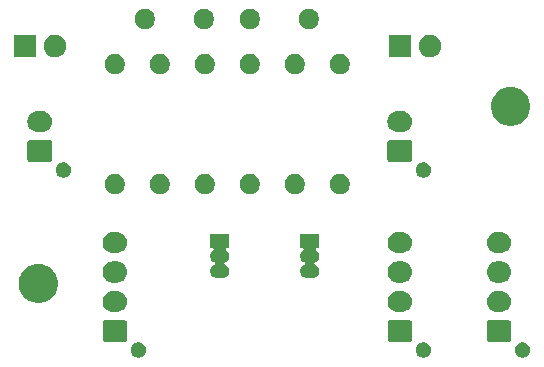
<source format=gbr>
G04 #@! TF.GenerationSoftware,KiCad,Pcbnew,(5.1.5)-3*
G04 #@! TF.CreationDate,2021-02-26T20:57:10+11:00*
G04 #@! TF.ProjectId,I2C_Interface,4932435f-496e-4746-9572-666163652e6b,rev?*
G04 #@! TF.SameCoordinates,Original*
G04 #@! TF.FileFunction,Soldermask,Top*
G04 #@! TF.FilePolarity,Negative*
%FSLAX46Y46*%
G04 Gerber Fmt 4.6, Leading zero omitted, Abs format (unit mm)*
G04 Created by KiCad (PCBNEW (5.1.5)-3) date 2021-02-26 20:57:10*
%MOMM*%
%LPD*%
G04 APERTURE LIST*
%ADD10C,0.100000*%
G04 APERTURE END LIST*
D10*
G36*
X159669890Y-113004017D02*
G01*
X159788364Y-113053091D01*
X159894988Y-113124335D01*
X159985665Y-113215012D01*
X160056909Y-113321636D01*
X160105983Y-113440110D01*
X160131000Y-113565882D01*
X160131000Y-113694118D01*
X160105983Y-113819890D01*
X160056909Y-113938364D01*
X159985665Y-114044988D01*
X159894988Y-114135665D01*
X159788364Y-114206909D01*
X159788363Y-114206910D01*
X159788362Y-114206910D01*
X159669890Y-114255983D01*
X159544119Y-114281000D01*
X159415881Y-114281000D01*
X159290110Y-114255983D01*
X159171638Y-114206910D01*
X159171637Y-114206910D01*
X159171636Y-114206909D01*
X159065012Y-114135665D01*
X158974335Y-114044988D01*
X158903091Y-113938364D01*
X158854017Y-113819890D01*
X158829000Y-113694118D01*
X158829000Y-113565882D01*
X158854017Y-113440110D01*
X158903091Y-113321636D01*
X158974335Y-113215012D01*
X159065012Y-113124335D01*
X159171636Y-113053091D01*
X159290110Y-113004017D01*
X159415881Y-112979000D01*
X159544119Y-112979000D01*
X159669890Y-113004017D01*
G37*
G36*
X192189890Y-113004017D02*
G01*
X192308364Y-113053091D01*
X192414988Y-113124335D01*
X192505665Y-113215012D01*
X192576909Y-113321636D01*
X192625983Y-113440110D01*
X192651000Y-113565882D01*
X192651000Y-113694118D01*
X192625983Y-113819890D01*
X192576909Y-113938364D01*
X192505665Y-114044988D01*
X192414988Y-114135665D01*
X192308364Y-114206909D01*
X192308363Y-114206910D01*
X192308362Y-114206910D01*
X192189890Y-114255983D01*
X192064119Y-114281000D01*
X191935881Y-114281000D01*
X191810110Y-114255983D01*
X191691638Y-114206910D01*
X191691637Y-114206910D01*
X191691636Y-114206909D01*
X191585012Y-114135665D01*
X191494335Y-114044988D01*
X191423091Y-113938364D01*
X191374017Y-113819890D01*
X191349000Y-113694118D01*
X191349000Y-113565882D01*
X191374017Y-113440110D01*
X191423091Y-113321636D01*
X191494335Y-113215012D01*
X191585012Y-113124335D01*
X191691636Y-113053091D01*
X191810110Y-113004017D01*
X191935881Y-112979000D01*
X192064119Y-112979000D01*
X192189890Y-113004017D01*
G37*
G36*
X183799890Y-113004017D02*
G01*
X183918364Y-113053091D01*
X184024988Y-113124335D01*
X184115665Y-113215012D01*
X184186909Y-113321636D01*
X184235983Y-113440110D01*
X184261000Y-113565882D01*
X184261000Y-113694118D01*
X184235983Y-113819890D01*
X184186909Y-113938364D01*
X184115665Y-114044988D01*
X184024988Y-114135665D01*
X183918364Y-114206909D01*
X183918363Y-114206910D01*
X183918362Y-114206910D01*
X183799890Y-114255983D01*
X183674119Y-114281000D01*
X183545881Y-114281000D01*
X183420110Y-114255983D01*
X183301638Y-114206910D01*
X183301637Y-114206910D01*
X183301636Y-114206909D01*
X183195012Y-114135665D01*
X183104335Y-114044988D01*
X183033091Y-113938364D01*
X182984017Y-113819890D01*
X182959000Y-113694118D01*
X182959000Y-113565882D01*
X182984017Y-113440110D01*
X183033091Y-113321636D01*
X183104335Y-113215012D01*
X183195012Y-113124335D01*
X183301636Y-113053091D01*
X183420110Y-113004017D01*
X183545881Y-112979000D01*
X183674119Y-112979000D01*
X183799890Y-113004017D01*
G37*
G36*
X190883600Y-111132989D02*
G01*
X190916652Y-111143015D01*
X190947103Y-111159292D01*
X190973799Y-111181201D01*
X190995708Y-111207897D01*
X191011985Y-111238348D01*
X191022011Y-111271400D01*
X191026000Y-111311903D01*
X191026000Y-112748097D01*
X191022011Y-112788600D01*
X191011985Y-112821652D01*
X190995708Y-112852103D01*
X190973799Y-112878799D01*
X190947103Y-112900708D01*
X190916652Y-112916985D01*
X190883600Y-112927011D01*
X190843097Y-112931000D01*
X189156903Y-112931000D01*
X189116400Y-112927011D01*
X189083348Y-112916985D01*
X189052897Y-112900708D01*
X189026201Y-112878799D01*
X189004292Y-112852103D01*
X188988015Y-112821652D01*
X188977989Y-112788600D01*
X188974000Y-112748097D01*
X188974000Y-111311903D01*
X188977989Y-111271400D01*
X188988015Y-111238348D01*
X189004292Y-111207897D01*
X189026201Y-111181201D01*
X189052897Y-111159292D01*
X189083348Y-111143015D01*
X189116400Y-111132989D01*
X189156903Y-111129000D01*
X190843097Y-111129000D01*
X190883600Y-111132989D01*
G37*
G36*
X182493600Y-111132989D02*
G01*
X182526652Y-111143015D01*
X182557103Y-111159292D01*
X182583799Y-111181201D01*
X182605708Y-111207897D01*
X182621985Y-111238348D01*
X182632011Y-111271400D01*
X182636000Y-111311903D01*
X182636000Y-112748097D01*
X182632011Y-112788600D01*
X182621985Y-112821652D01*
X182605708Y-112852103D01*
X182583799Y-112878799D01*
X182557103Y-112900708D01*
X182526652Y-112916985D01*
X182493600Y-112927011D01*
X182453097Y-112931000D01*
X180766903Y-112931000D01*
X180726400Y-112927011D01*
X180693348Y-112916985D01*
X180662897Y-112900708D01*
X180636201Y-112878799D01*
X180614292Y-112852103D01*
X180598015Y-112821652D01*
X180587989Y-112788600D01*
X180584000Y-112748097D01*
X180584000Y-111311903D01*
X180587989Y-111271400D01*
X180598015Y-111238348D01*
X180614292Y-111207897D01*
X180636201Y-111181201D01*
X180662897Y-111159292D01*
X180693348Y-111143015D01*
X180726400Y-111132989D01*
X180766903Y-111129000D01*
X182453097Y-111129000D01*
X182493600Y-111132989D01*
G37*
G36*
X158363600Y-111132989D02*
G01*
X158396652Y-111143015D01*
X158427103Y-111159292D01*
X158453799Y-111181201D01*
X158475708Y-111207897D01*
X158491985Y-111238348D01*
X158502011Y-111271400D01*
X158506000Y-111311903D01*
X158506000Y-112748097D01*
X158502011Y-112788600D01*
X158491985Y-112821652D01*
X158475708Y-112852103D01*
X158453799Y-112878799D01*
X158427103Y-112900708D01*
X158396652Y-112916985D01*
X158363600Y-112927011D01*
X158323097Y-112931000D01*
X156636903Y-112931000D01*
X156596400Y-112927011D01*
X156563348Y-112916985D01*
X156532897Y-112900708D01*
X156506201Y-112878799D01*
X156484292Y-112852103D01*
X156468015Y-112821652D01*
X156457989Y-112788600D01*
X156454000Y-112748097D01*
X156454000Y-111311903D01*
X156457989Y-111271400D01*
X156468015Y-111238348D01*
X156484292Y-111207897D01*
X156506201Y-111181201D01*
X156532897Y-111159292D01*
X156563348Y-111143015D01*
X156596400Y-111132989D01*
X156636903Y-111129000D01*
X158323097Y-111129000D01*
X158363600Y-111132989D01*
G37*
G36*
X190235443Y-108635519D02*
G01*
X190301627Y-108642037D01*
X190471466Y-108693557D01*
X190627991Y-108777222D01*
X190663729Y-108806552D01*
X190765186Y-108889814D01*
X190848448Y-108991271D01*
X190877778Y-109027009D01*
X190961443Y-109183534D01*
X191012963Y-109353373D01*
X191030359Y-109530000D01*
X191012963Y-109706627D01*
X190961443Y-109876466D01*
X190877778Y-110032991D01*
X190848448Y-110068729D01*
X190765186Y-110170186D01*
X190663729Y-110253448D01*
X190627991Y-110282778D01*
X190471466Y-110366443D01*
X190301627Y-110417963D01*
X190235443Y-110424481D01*
X190169260Y-110431000D01*
X189830740Y-110431000D01*
X189764557Y-110424481D01*
X189698373Y-110417963D01*
X189528534Y-110366443D01*
X189372009Y-110282778D01*
X189336271Y-110253448D01*
X189234814Y-110170186D01*
X189151552Y-110068729D01*
X189122222Y-110032991D01*
X189038557Y-109876466D01*
X188987037Y-109706627D01*
X188969641Y-109530000D01*
X188987037Y-109353373D01*
X189038557Y-109183534D01*
X189122222Y-109027009D01*
X189151552Y-108991271D01*
X189234814Y-108889814D01*
X189336271Y-108806552D01*
X189372009Y-108777222D01*
X189528534Y-108693557D01*
X189698373Y-108642037D01*
X189764557Y-108635519D01*
X189830740Y-108629000D01*
X190169260Y-108629000D01*
X190235443Y-108635519D01*
G37*
G36*
X181845443Y-108635519D02*
G01*
X181911627Y-108642037D01*
X182081466Y-108693557D01*
X182237991Y-108777222D01*
X182273729Y-108806552D01*
X182375186Y-108889814D01*
X182458448Y-108991271D01*
X182487778Y-109027009D01*
X182571443Y-109183534D01*
X182622963Y-109353373D01*
X182640359Y-109530000D01*
X182622963Y-109706627D01*
X182571443Y-109876466D01*
X182487778Y-110032991D01*
X182458448Y-110068729D01*
X182375186Y-110170186D01*
X182273729Y-110253448D01*
X182237991Y-110282778D01*
X182081466Y-110366443D01*
X181911627Y-110417963D01*
X181845443Y-110424481D01*
X181779260Y-110431000D01*
X181440740Y-110431000D01*
X181374557Y-110424481D01*
X181308373Y-110417963D01*
X181138534Y-110366443D01*
X180982009Y-110282778D01*
X180946271Y-110253448D01*
X180844814Y-110170186D01*
X180761552Y-110068729D01*
X180732222Y-110032991D01*
X180648557Y-109876466D01*
X180597037Y-109706627D01*
X180579641Y-109530000D01*
X180597037Y-109353373D01*
X180648557Y-109183534D01*
X180732222Y-109027009D01*
X180761552Y-108991271D01*
X180844814Y-108889814D01*
X180946271Y-108806552D01*
X180982009Y-108777222D01*
X181138534Y-108693557D01*
X181308373Y-108642037D01*
X181374557Y-108635519D01*
X181440740Y-108629000D01*
X181779260Y-108629000D01*
X181845443Y-108635519D01*
G37*
G36*
X157715443Y-108635519D02*
G01*
X157781627Y-108642037D01*
X157951466Y-108693557D01*
X158107991Y-108777222D01*
X158143729Y-108806552D01*
X158245186Y-108889814D01*
X158328448Y-108991271D01*
X158357778Y-109027009D01*
X158441443Y-109183534D01*
X158492963Y-109353373D01*
X158510359Y-109530000D01*
X158492963Y-109706627D01*
X158441443Y-109876466D01*
X158357778Y-110032991D01*
X158328448Y-110068729D01*
X158245186Y-110170186D01*
X158143729Y-110253448D01*
X158107991Y-110282778D01*
X157951466Y-110366443D01*
X157781627Y-110417963D01*
X157715443Y-110424481D01*
X157649260Y-110431000D01*
X157310740Y-110431000D01*
X157244557Y-110424481D01*
X157178373Y-110417963D01*
X157008534Y-110366443D01*
X156852009Y-110282778D01*
X156816271Y-110253448D01*
X156714814Y-110170186D01*
X156631552Y-110068729D01*
X156602222Y-110032991D01*
X156518557Y-109876466D01*
X156467037Y-109706627D01*
X156449641Y-109530000D01*
X156467037Y-109353373D01*
X156518557Y-109183534D01*
X156602222Y-109027009D01*
X156631552Y-108991271D01*
X156714814Y-108889814D01*
X156816271Y-108806552D01*
X156852009Y-108777222D01*
X157008534Y-108693557D01*
X157178373Y-108642037D01*
X157244557Y-108635519D01*
X157310740Y-108629000D01*
X157649260Y-108629000D01*
X157715443Y-108635519D01*
G37*
G36*
X151287911Y-106373924D02*
G01*
X151481579Y-106412447D01*
X151782042Y-106536903D01*
X152052451Y-106717585D01*
X152282415Y-106947549D01*
X152455526Y-107206627D01*
X152463098Y-107217960D01*
X152499550Y-107305963D01*
X152587553Y-107518421D01*
X152651000Y-107837391D01*
X152651000Y-108162609D01*
X152587553Y-108481579D01*
X152463097Y-108782042D01*
X152282415Y-109052451D01*
X152052451Y-109282415D01*
X151782042Y-109463097D01*
X151481579Y-109587553D01*
X151375256Y-109608702D01*
X151162611Y-109651000D01*
X150837389Y-109651000D01*
X150624744Y-109608702D01*
X150518421Y-109587553D01*
X150217958Y-109463097D01*
X149947549Y-109282415D01*
X149717585Y-109052451D01*
X149536903Y-108782042D01*
X149412447Y-108481579D01*
X149349000Y-108162609D01*
X149349000Y-107837391D01*
X149412447Y-107518421D01*
X149500450Y-107305963D01*
X149536902Y-107217960D01*
X149544474Y-107206627D01*
X149717585Y-106947549D01*
X149947549Y-106717585D01*
X150217958Y-106536903D01*
X150518421Y-106412447D01*
X150712089Y-106373924D01*
X150837389Y-106349000D01*
X151162611Y-106349000D01*
X151287911Y-106373924D01*
G37*
G36*
X190235442Y-106135518D02*
G01*
X190301627Y-106142037D01*
X190471466Y-106193557D01*
X190627991Y-106277222D01*
X190659094Y-106302748D01*
X190765186Y-106389814D01*
X190829971Y-106468756D01*
X190877778Y-106527009D01*
X190961443Y-106683534D01*
X191012963Y-106853373D01*
X191030359Y-107030000D01*
X191012963Y-107206627D01*
X190961443Y-107376466D01*
X190877778Y-107532991D01*
X190848448Y-107568729D01*
X190765186Y-107670186D01*
X190663729Y-107753448D01*
X190627991Y-107782778D01*
X190471466Y-107866443D01*
X190301627Y-107917963D01*
X190235443Y-107924481D01*
X190169260Y-107931000D01*
X189830740Y-107931000D01*
X189764557Y-107924481D01*
X189698373Y-107917963D01*
X189528534Y-107866443D01*
X189372009Y-107782778D01*
X189336271Y-107753448D01*
X189234814Y-107670186D01*
X189151552Y-107568729D01*
X189122222Y-107532991D01*
X189038557Y-107376466D01*
X188987037Y-107206627D01*
X188969641Y-107030000D01*
X188987037Y-106853373D01*
X189038557Y-106683534D01*
X189122222Y-106527009D01*
X189170029Y-106468756D01*
X189234814Y-106389814D01*
X189340906Y-106302748D01*
X189372009Y-106277222D01*
X189528534Y-106193557D01*
X189698373Y-106142037D01*
X189764558Y-106135518D01*
X189830740Y-106129000D01*
X190169260Y-106129000D01*
X190235442Y-106135518D01*
G37*
G36*
X181845442Y-106135518D02*
G01*
X181911627Y-106142037D01*
X182081466Y-106193557D01*
X182237991Y-106277222D01*
X182269094Y-106302748D01*
X182375186Y-106389814D01*
X182439971Y-106468756D01*
X182487778Y-106527009D01*
X182571443Y-106683534D01*
X182622963Y-106853373D01*
X182640359Y-107030000D01*
X182622963Y-107206627D01*
X182571443Y-107376466D01*
X182487778Y-107532991D01*
X182458448Y-107568729D01*
X182375186Y-107670186D01*
X182273729Y-107753448D01*
X182237991Y-107782778D01*
X182081466Y-107866443D01*
X181911627Y-107917963D01*
X181845443Y-107924481D01*
X181779260Y-107931000D01*
X181440740Y-107931000D01*
X181374557Y-107924481D01*
X181308373Y-107917963D01*
X181138534Y-107866443D01*
X180982009Y-107782778D01*
X180946271Y-107753448D01*
X180844814Y-107670186D01*
X180761552Y-107568729D01*
X180732222Y-107532991D01*
X180648557Y-107376466D01*
X180597037Y-107206627D01*
X180579641Y-107030000D01*
X180597037Y-106853373D01*
X180648557Y-106683534D01*
X180732222Y-106527009D01*
X180780029Y-106468756D01*
X180844814Y-106389814D01*
X180950906Y-106302748D01*
X180982009Y-106277222D01*
X181138534Y-106193557D01*
X181308373Y-106142037D01*
X181374558Y-106135518D01*
X181440740Y-106129000D01*
X181779260Y-106129000D01*
X181845442Y-106135518D01*
G37*
G36*
X157715442Y-106135518D02*
G01*
X157781627Y-106142037D01*
X157951466Y-106193557D01*
X158107991Y-106277222D01*
X158139094Y-106302748D01*
X158245186Y-106389814D01*
X158309971Y-106468756D01*
X158357778Y-106527009D01*
X158441443Y-106683534D01*
X158492963Y-106853373D01*
X158510359Y-107030000D01*
X158492963Y-107206627D01*
X158441443Y-107376466D01*
X158357778Y-107532991D01*
X158328448Y-107568729D01*
X158245186Y-107670186D01*
X158143729Y-107753448D01*
X158107991Y-107782778D01*
X157951466Y-107866443D01*
X157781627Y-107917963D01*
X157715443Y-107924481D01*
X157649260Y-107931000D01*
X157310740Y-107931000D01*
X157244557Y-107924481D01*
X157178373Y-107917963D01*
X157008534Y-107866443D01*
X156852009Y-107782778D01*
X156816271Y-107753448D01*
X156714814Y-107670186D01*
X156631552Y-107568729D01*
X156602222Y-107532991D01*
X156518557Y-107376466D01*
X156467037Y-107206627D01*
X156449641Y-107030000D01*
X156467037Y-106853373D01*
X156518557Y-106683534D01*
X156602222Y-106527009D01*
X156650029Y-106468756D01*
X156714814Y-106389814D01*
X156820906Y-106302748D01*
X156852009Y-106277222D01*
X157008534Y-106193557D01*
X157178373Y-106142037D01*
X157244558Y-106135518D01*
X157310740Y-106129000D01*
X157649260Y-106129000D01*
X157715442Y-106135518D01*
G37*
G36*
X174791000Y-104986000D02*
G01*
X174626660Y-104986000D01*
X174602274Y-104988402D01*
X174578825Y-104995515D01*
X174557214Y-105007066D01*
X174538272Y-105022611D01*
X174522727Y-105041553D01*
X174511176Y-105063164D01*
X174504063Y-105086613D01*
X174501661Y-105110999D01*
X174504063Y-105135385D01*
X174511176Y-105158834D01*
X174522727Y-105180445D01*
X174538272Y-105199387D01*
X174547345Y-105207609D01*
X174624264Y-105270736D01*
X174696244Y-105358443D01*
X174728058Y-105417963D01*
X174749728Y-105458505D01*
X174749729Y-105458508D01*
X174782666Y-105567084D01*
X174793787Y-105680000D01*
X174782666Y-105792916D01*
X174749729Y-105901492D01*
X174749728Y-105901495D01*
X174730429Y-105937601D01*
X174696244Y-106001557D01*
X174624264Y-106089264D01*
X174536557Y-106161244D01*
X174455141Y-106204761D01*
X174434766Y-106218375D01*
X174417439Y-106235702D01*
X174403826Y-106256076D01*
X174394448Y-106278715D01*
X174389668Y-106302748D01*
X174389668Y-106327252D01*
X174394448Y-106351285D01*
X174403826Y-106373924D01*
X174417440Y-106394299D01*
X174434767Y-106411626D01*
X174455141Y-106425239D01*
X174536557Y-106468756D01*
X174624264Y-106540736D01*
X174696244Y-106628443D01*
X174725689Y-106683532D01*
X174749728Y-106728505D01*
X174749729Y-106728508D01*
X174782666Y-106837084D01*
X174793787Y-106950000D01*
X174782666Y-107062916D01*
X174749729Y-107171492D01*
X174749728Y-107171495D01*
X174730950Y-107206625D01*
X174696244Y-107271557D01*
X174624264Y-107359264D01*
X174536557Y-107431244D01*
X174472601Y-107465429D01*
X174436495Y-107484728D01*
X174436492Y-107484729D01*
X174327916Y-107517666D01*
X174243298Y-107526000D01*
X173736702Y-107526000D01*
X173652084Y-107517666D01*
X173543508Y-107484729D01*
X173543505Y-107484728D01*
X173507399Y-107465429D01*
X173443443Y-107431244D01*
X173355736Y-107359264D01*
X173283756Y-107271557D01*
X173249050Y-107206625D01*
X173230272Y-107171495D01*
X173230271Y-107171492D01*
X173197334Y-107062916D01*
X173186213Y-106950000D01*
X173197334Y-106837084D01*
X173230271Y-106728508D01*
X173230272Y-106728505D01*
X173254311Y-106683532D01*
X173283756Y-106628443D01*
X173355736Y-106540736D01*
X173443443Y-106468756D01*
X173524859Y-106425239D01*
X173545234Y-106411625D01*
X173562561Y-106394298D01*
X173576174Y-106373924D01*
X173585552Y-106351285D01*
X173590332Y-106327252D01*
X173590332Y-106302748D01*
X173585552Y-106278715D01*
X173576174Y-106256076D01*
X173562560Y-106235701D01*
X173545233Y-106218374D01*
X173524859Y-106204761D01*
X173443443Y-106161244D01*
X173355736Y-106089264D01*
X173283756Y-106001557D01*
X173249571Y-105937601D01*
X173230272Y-105901495D01*
X173230271Y-105901492D01*
X173197334Y-105792916D01*
X173186213Y-105680000D01*
X173197334Y-105567084D01*
X173230271Y-105458508D01*
X173230272Y-105458505D01*
X173251942Y-105417963D01*
X173283756Y-105358443D01*
X173355736Y-105270736D01*
X173432646Y-105207617D01*
X173449965Y-105190298D01*
X173463579Y-105169923D01*
X173472957Y-105147284D01*
X173477737Y-105123251D01*
X173477737Y-105098747D01*
X173472957Y-105074714D01*
X173463579Y-105052075D01*
X173449966Y-105031701D01*
X173432639Y-105014374D01*
X173412264Y-105000760D01*
X173389625Y-104991382D01*
X173365592Y-104986602D01*
X173353340Y-104986000D01*
X173189000Y-104986000D01*
X173189000Y-103834000D01*
X174791000Y-103834000D01*
X174791000Y-104986000D01*
G37*
G36*
X167171000Y-104986000D02*
G01*
X167006660Y-104986000D01*
X166982274Y-104988402D01*
X166958825Y-104995515D01*
X166937214Y-105007066D01*
X166918272Y-105022611D01*
X166902727Y-105041553D01*
X166891176Y-105063164D01*
X166884063Y-105086613D01*
X166881661Y-105110999D01*
X166884063Y-105135385D01*
X166891176Y-105158834D01*
X166902727Y-105180445D01*
X166918272Y-105199387D01*
X166927345Y-105207609D01*
X167004264Y-105270736D01*
X167076244Y-105358443D01*
X167108058Y-105417963D01*
X167129728Y-105458505D01*
X167129729Y-105458508D01*
X167162666Y-105567084D01*
X167173787Y-105680000D01*
X167162666Y-105792916D01*
X167129729Y-105901492D01*
X167129728Y-105901495D01*
X167110429Y-105937601D01*
X167076244Y-106001557D01*
X167004264Y-106089264D01*
X166916557Y-106161244D01*
X166835141Y-106204761D01*
X166814766Y-106218375D01*
X166797439Y-106235702D01*
X166783826Y-106256076D01*
X166774448Y-106278715D01*
X166769668Y-106302748D01*
X166769668Y-106327252D01*
X166774448Y-106351285D01*
X166783826Y-106373924D01*
X166797440Y-106394299D01*
X166814767Y-106411626D01*
X166835141Y-106425239D01*
X166916557Y-106468756D01*
X167004264Y-106540736D01*
X167076244Y-106628443D01*
X167105689Y-106683532D01*
X167129728Y-106728505D01*
X167129729Y-106728508D01*
X167162666Y-106837084D01*
X167173787Y-106950000D01*
X167162666Y-107062916D01*
X167129729Y-107171492D01*
X167129728Y-107171495D01*
X167110950Y-107206625D01*
X167076244Y-107271557D01*
X167004264Y-107359264D01*
X166916557Y-107431244D01*
X166852601Y-107465429D01*
X166816495Y-107484728D01*
X166816492Y-107484729D01*
X166707916Y-107517666D01*
X166623298Y-107526000D01*
X166116702Y-107526000D01*
X166032084Y-107517666D01*
X165923508Y-107484729D01*
X165923505Y-107484728D01*
X165887399Y-107465429D01*
X165823443Y-107431244D01*
X165735736Y-107359264D01*
X165663756Y-107271557D01*
X165629050Y-107206625D01*
X165610272Y-107171495D01*
X165610271Y-107171492D01*
X165577334Y-107062916D01*
X165566213Y-106950000D01*
X165577334Y-106837084D01*
X165610271Y-106728508D01*
X165610272Y-106728505D01*
X165634311Y-106683532D01*
X165663756Y-106628443D01*
X165735736Y-106540736D01*
X165823443Y-106468756D01*
X165904859Y-106425239D01*
X165925234Y-106411625D01*
X165942561Y-106394298D01*
X165956174Y-106373924D01*
X165965552Y-106351285D01*
X165970332Y-106327252D01*
X165970332Y-106302748D01*
X165965552Y-106278715D01*
X165956174Y-106256076D01*
X165942560Y-106235701D01*
X165925233Y-106218374D01*
X165904859Y-106204761D01*
X165823443Y-106161244D01*
X165735736Y-106089264D01*
X165663756Y-106001557D01*
X165629571Y-105937601D01*
X165610272Y-105901495D01*
X165610271Y-105901492D01*
X165577334Y-105792916D01*
X165566213Y-105680000D01*
X165577334Y-105567084D01*
X165610271Y-105458508D01*
X165610272Y-105458505D01*
X165631942Y-105417963D01*
X165663756Y-105358443D01*
X165735736Y-105270736D01*
X165812646Y-105207617D01*
X165829965Y-105190298D01*
X165843579Y-105169923D01*
X165852957Y-105147284D01*
X165857737Y-105123251D01*
X165857737Y-105098747D01*
X165852957Y-105074714D01*
X165843579Y-105052075D01*
X165829966Y-105031701D01*
X165812639Y-105014374D01*
X165792264Y-105000760D01*
X165769625Y-104991382D01*
X165745592Y-104986602D01*
X165733340Y-104986000D01*
X165569000Y-104986000D01*
X165569000Y-103834000D01*
X167171000Y-103834000D01*
X167171000Y-104986000D01*
G37*
G36*
X190235442Y-103635518D02*
G01*
X190301627Y-103642037D01*
X190471466Y-103693557D01*
X190627991Y-103777222D01*
X190663729Y-103806552D01*
X190765186Y-103889814D01*
X190848448Y-103991271D01*
X190877778Y-104027009D01*
X190961443Y-104183534D01*
X191012963Y-104353373D01*
X191030359Y-104530000D01*
X191012963Y-104706627D01*
X190961443Y-104876466D01*
X190877778Y-105032991D01*
X190870751Y-105041553D01*
X190765186Y-105170186D01*
X190663729Y-105253448D01*
X190627991Y-105282778D01*
X190471466Y-105366443D01*
X190301627Y-105417963D01*
X190235443Y-105424481D01*
X190169260Y-105431000D01*
X189830740Y-105431000D01*
X189764557Y-105424481D01*
X189698373Y-105417963D01*
X189528534Y-105366443D01*
X189372009Y-105282778D01*
X189336271Y-105253448D01*
X189234814Y-105170186D01*
X189129249Y-105041553D01*
X189122222Y-105032991D01*
X189038557Y-104876466D01*
X188987037Y-104706627D01*
X188969641Y-104530000D01*
X188987037Y-104353373D01*
X189038557Y-104183534D01*
X189122222Y-104027009D01*
X189151552Y-103991271D01*
X189234814Y-103889814D01*
X189336271Y-103806552D01*
X189372009Y-103777222D01*
X189528534Y-103693557D01*
X189698373Y-103642037D01*
X189764557Y-103635519D01*
X189830740Y-103629000D01*
X190169260Y-103629000D01*
X190235442Y-103635518D01*
G37*
G36*
X181845442Y-103635518D02*
G01*
X181911627Y-103642037D01*
X182081466Y-103693557D01*
X182237991Y-103777222D01*
X182273729Y-103806552D01*
X182375186Y-103889814D01*
X182458448Y-103991271D01*
X182487778Y-104027009D01*
X182571443Y-104183534D01*
X182622963Y-104353373D01*
X182640359Y-104530000D01*
X182622963Y-104706627D01*
X182571443Y-104876466D01*
X182487778Y-105032991D01*
X182480751Y-105041553D01*
X182375186Y-105170186D01*
X182273729Y-105253448D01*
X182237991Y-105282778D01*
X182081466Y-105366443D01*
X181911627Y-105417963D01*
X181845443Y-105424481D01*
X181779260Y-105431000D01*
X181440740Y-105431000D01*
X181374557Y-105424481D01*
X181308373Y-105417963D01*
X181138534Y-105366443D01*
X180982009Y-105282778D01*
X180946271Y-105253448D01*
X180844814Y-105170186D01*
X180739249Y-105041553D01*
X180732222Y-105032991D01*
X180648557Y-104876466D01*
X180597037Y-104706627D01*
X180579641Y-104530000D01*
X180597037Y-104353373D01*
X180648557Y-104183534D01*
X180732222Y-104027009D01*
X180761552Y-103991271D01*
X180844814Y-103889814D01*
X180946271Y-103806552D01*
X180982009Y-103777222D01*
X181138534Y-103693557D01*
X181308373Y-103642037D01*
X181374557Y-103635519D01*
X181440740Y-103629000D01*
X181779260Y-103629000D01*
X181845442Y-103635518D01*
G37*
G36*
X157715442Y-103635518D02*
G01*
X157781627Y-103642037D01*
X157951466Y-103693557D01*
X158107991Y-103777222D01*
X158143729Y-103806552D01*
X158245186Y-103889814D01*
X158328448Y-103991271D01*
X158357778Y-104027009D01*
X158441443Y-104183534D01*
X158492963Y-104353373D01*
X158510359Y-104530000D01*
X158492963Y-104706627D01*
X158441443Y-104876466D01*
X158357778Y-105032991D01*
X158350751Y-105041553D01*
X158245186Y-105170186D01*
X158143729Y-105253448D01*
X158107991Y-105282778D01*
X157951466Y-105366443D01*
X157781627Y-105417963D01*
X157715443Y-105424481D01*
X157649260Y-105431000D01*
X157310740Y-105431000D01*
X157244557Y-105424481D01*
X157178373Y-105417963D01*
X157008534Y-105366443D01*
X156852009Y-105282778D01*
X156816271Y-105253448D01*
X156714814Y-105170186D01*
X156609249Y-105041553D01*
X156602222Y-105032991D01*
X156518557Y-104876466D01*
X156467037Y-104706627D01*
X156449641Y-104530000D01*
X156467037Y-104353373D01*
X156518557Y-104183534D01*
X156602222Y-104027009D01*
X156631552Y-103991271D01*
X156714814Y-103889814D01*
X156816271Y-103806552D01*
X156852009Y-103777222D01*
X157008534Y-103693557D01*
X157178373Y-103642037D01*
X157244557Y-103635519D01*
X157310740Y-103629000D01*
X157649260Y-103629000D01*
X157715442Y-103635518D01*
G37*
G36*
X161538228Y-98765703D02*
G01*
X161693100Y-98829853D01*
X161832481Y-98922985D01*
X161951015Y-99041519D01*
X162044147Y-99180900D01*
X162108297Y-99335772D01*
X162141000Y-99500184D01*
X162141000Y-99667816D01*
X162108297Y-99832228D01*
X162044147Y-99987100D01*
X161951015Y-100126481D01*
X161832481Y-100245015D01*
X161693100Y-100338147D01*
X161538228Y-100402297D01*
X161373816Y-100435000D01*
X161206184Y-100435000D01*
X161041772Y-100402297D01*
X160886900Y-100338147D01*
X160747519Y-100245015D01*
X160628985Y-100126481D01*
X160535853Y-99987100D01*
X160471703Y-99832228D01*
X160439000Y-99667816D01*
X160439000Y-99500184D01*
X160471703Y-99335772D01*
X160535853Y-99180900D01*
X160628985Y-99041519D01*
X160747519Y-98922985D01*
X160886900Y-98829853D01*
X161041772Y-98765703D01*
X161206184Y-98733000D01*
X161373816Y-98733000D01*
X161538228Y-98765703D01*
G37*
G36*
X169158228Y-98765703D02*
G01*
X169313100Y-98829853D01*
X169452481Y-98922985D01*
X169571015Y-99041519D01*
X169664147Y-99180900D01*
X169728297Y-99335772D01*
X169761000Y-99500184D01*
X169761000Y-99667816D01*
X169728297Y-99832228D01*
X169664147Y-99987100D01*
X169571015Y-100126481D01*
X169452481Y-100245015D01*
X169313100Y-100338147D01*
X169158228Y-100402297D01*
X168993816Y-100435000D01*
X168826184Y-100435000D01*
X168661772Y-100402297D01*
X168506900Y-100338147D01*
X168367519Y-100245015D01*
X168248985Y-100126481D01*
X168155853Y-99987100D01*
X168091703Y-99832228D01*
X168059000Y-99667816D01*
X168059000Y-99500184D01*
X168091703Y-99335772D01*
X168155853Y-99180900D01*
X168248985Y-99041519D01*
X168367519Y-98922985D01*
X168506900Y-98829853D01*
X168661772Y-98765703D01*
X168826184Y-98733000D01*
X168993816Y-98733000D01*
X169158228Y-98765703D01*
G37*
G36*
X172968228Y-98765703D02*
G01*
X173123100Y-98829853D01*
X173262481Y-98922985D01*
X173381015Y-99041519D01*
X173474147Y-99180900D01*
X173538297Y-99335772D01*
X173571000Y-99500184D01*
X173571000Y-99667816D01*
X173538297Y-99832228D01*
X173474147Y-99987100D01*
X173381015Y-100126481D01*
X173262481Y-100245015D01*
X173123100Y-100338147D01*
X172968228Y-100402297D01*
X172803816Y-100435000D01*
X172636184Y-100435000D01*
X172471772Y-100402297D01*
X172316900Y-100338147D01*
X172177519Y-100245015D01*
X172058985Y-100126481D01*
X171965853Y-99987100D01*
X171901703Y-99832228D01*
X171869000Y-99667816D01*
X171869000Y-99500184D01*
X171901703Y-99335772D01*
X171965853Y-99180900D01*
X172058985Y-99041519D01*
X172177519Y-98922985D01*
X172316900Y-98829853D01*
X172471772Y-98765703D01*
X172636184Y-98733000D01*
X172803816Y-98733000D01*
X172968228Y-98765703D01*
G37*
G36*
X165348228Y-98765703D02*
G01*
X165503100Y-98829853D01*
X165642481Y-98922985D01*
X165761015Y-99041519D01*
X165854147Y-99180900D01*
X165918297Y-99335772D01*
X165951000Y-99500184D01*
X165951000Y-99667816D01*
X165918297Y-99832228D01*
X165854147Y-99987100D01*
X165761015Y-100126481D01*
X165642481Y-100245015D01*
X165503100Y-100338147D01*
X165348228Y-100402297D01*
X165183816Y-100435000D01*
X165016184Y-100435000D01*
X164851772Y-100402297D01*
X164696900Y-100338147D01*
X164557519Y-100245015D01*
X164438985Y-100126481D01*
X164345853Y-99987100D01*
X164281703Y-99832228D01*
X164249000Y-99667816D01*
X164249000Y-99500184D01*
X164281703Y-99335772D01*
X164345853Y-99180900D01*
X164438985Y-99041519D01*
X164557519Y-98922985D01*
X164696900Y-98829853D01*
X164851772Y-98765703D01*
X165016184Y-98733000D01*
X165183816Y-98733000D01*
X165348228Y-98765703D01*
G37*
G36*
X157728228Y-98765703D02*
G01*
X157883100Y-98829853D01*
X158022481Y-98922985D01*
X158141015Y-99041519D01*
X158234147Y-99180900D01*
X158298297Y-99335772D01*
X158331000Y-99500184D01*
X158331000Y-99667816D01*
X158298297Y-99832228D01*
X158234147Y-99987100D01*
X158141015Y-100126481D01*
X158022481Y-100245015D01*
X157883100Y-100338147D01*
X157728228Y-100402297D01*
X157563816Y-100435000D01*
X157396184Y-100435000D01*
X157231772Y-100402297D01*
X157076900Y-100338147D01*
X156937519Y-100245015D01*
X156818985Y-100126481D01*
X156725853Y-99987100D01*
X156661703Y-99832228D01*
X156629000Y-99667816D01*
X156629000Y-99500184D01*
X156661703Y-99335772D01*
X156725853Y-99180900D01*
X156818985Y-99041519D01*
X156937519Y-98922985D01*
X157076900Y-98829853D01*
X157231772Y-98765703D01*
X157396184Y-98733000D01*
X157563816Y-98733000D01*
X157728228Y-98765703D01*
G37*
G36*
X176778228Y-98765703D02*
G01*
X176933100Y-98829853D01*
X177072481Y-98922985D01*
X177191015Y-99041519D01*
X177284147Y-99180900D01*
X177348297Y-99335772D01*
X177381000Y-99500184D01*
X177381000Y-99667816D01*
X177348297Y-99832228D01*
X177284147Y-99987100D01*
X177191015Y-100126481D01*
X177072481Y-100245015D01*
X176933100Y-100338147D01*
X176778228Y-100402297D01*
X176613816Y-100435000D01*
X176446184Y-100435000D01*
X176281772Y-100402297D01*
X176126900Y-100338147D01*
X175987519Y-100245015D01*
X175868985Y-100126481D01*
X175775853Y-99987100D01*
X175711703Y-99832228D01*
X175679000Y-99667816D01*
X175679000Y-99500184D01*
X175711703Y-99335772D01*
X175775853Y-99180900D01*
X175868985Y-99041519D01*
X175987519Y-98922985D01*
X176126900Y-98829853D01*
X176281772Y-98765703D01*
X176446184Y-98733000D01*
X176613816Y-98733000D01*
X176778228Y-98765703D01*
G37*
G36*
X183799890Y-97764017D02*
G01*
X183918364Y-97813091D01*
X184024988Y-97884335D01*
X184115665Y-97975012D01*
X184186909Y-98081636D01*
X184235983Y-98200110D01*
X184261000Y-98325882D01*
X184261000Y-98454118D01*
X184235983Y-98579890D01*
X184186909Y-98698364D01*
X184115665Y-98804988D01*
X184024988Y-98895665D01*
X183918364Y-98966909D01*
X183918363Y-98966910D01*
X183918362Y-98966910D01*
X183799890Y-99015983D01*
X183674119Y-99041000D01*
X183545881Y-99041000D01*
X183420110Y-99015983D01*
X183301638Y-98966910D01*
X183301637Y-98966910D01*
X183301636Y-98966909D01*
X183195012Y-98895665D01*
X183104335Y-98804988D01*
X183033091Y-98698364D01*
X182984017Y-98579890D01*
X182959000Y-98454118D01*
X182959000Y-98325882D01*
X182984017Y-98200110D01*
X183033091Y-98081636D01*
X183104335Y-97975012D01*
X183195012Y-97884335D01*
X183301636Y-97813091D01*
X183420110Y-97764017D01*
X183545881Y-97739000D01*
X183674119Y-97739000D01*
X183799890Y-97764017D01*
G37*
G36*
X153319890Y-97764017D02*
G01*
X153438364Y-97813091D01*
X153544988Y-97884335D01*
X153635665Y-97975012D01*
X153706909Y-98081636D01*
X153755983Y-98200110D01*
X153781000Y-98325882D01*
X153781000Y-98454118D01*
X153755983Y-98579890D01*
X153706909Y-98698364D01*
X153635665Y-98804988D01*
X153544988Y-98895665D01*
X153438364Y-98966909D01*
X153438363Y-98966910D01*
X153438362Y-98966910D01*
X153319890Y-99015983D01*
X153194119Y-99041000D01*
X153065881Y-99041000D01*
X152940110Y-99015983D01*
X152821638Y-98966910D01*
X152821637Y-98966910D01*
X152821636Y-98966909D01*
X152715012Y-98895665D01*
X152624335Y-98804988D01*
X152553091Y-98698364D01*
X152504017Y-98579890D01*
X152479000Y-98454118D01*
X152479000Y-98325882D01*
X152504017Y-98200110D01*
X152553091Y-98081636D01*
X152624335Y-97975012D01*
X152715012Y-97884335D01*
X152821636Y-97813091D01*
X152940110Y-97764017D01*
X153065881Y-97739000D01*
X153194119Y-97739000D01*
X153319890Y-97764017D01*
G37*
G36*
X152038600Y-95892989D02*
G01*
X152071652Y-95903015D01*
X152102103Y-95919292D01*
X152128799Y-95941201D01*
X152150708Y-95967897D01*
X152166985Y-95998348D01*
X152177011Y-96031400D01*
X152181000Y-96071903D01*
X152181000Y-97508097D01*
X152177011Y-97548600D01*
X152166985Y-97581652D01*
X152150708Y-97612103D01*
X152128799Y-97638799D01*
X152102103Y-97660708D01*
X152071652Y-97676985D01*
X152038600Y-97687011D01*
X151998097Y-97691000D01*
X150261903Y-97691000D01*
X150221400Y-97687011D01*
X150188348Y-97676985D01*
X150157897Y-97660708D01*
X150131201Y-97638799D01*
X150109292Y-97612103D01*
X150093015Y-97581652D01*
X150082989Y-97548600D01*
X150079000Y-97508097D01*
X150079000Y-96071903D01*
X150082989Y-96031400D01*
X150093015Y-95998348D01*
X150109292Y-95967897D01*
X150131201Y-95941201D01*
X150157897Y-95919292D01*
X150188348Y-95903015D01*
X150221400Y-95892989D01*
X150261903Y-95889000D01*
X151998097Y-95889000D01*
X152038600Y-95892989D01*
G37*
G36*
X182518600Y-95892989D02*
G01*
X182551652Y-95903015D01*
X182582103Y-95919292D01*
X182608799Y-95941201D01*
X182630708Y-95967897D01*
X182646985Y-95998348D01*
X182657011Y-96031400D01*
X182661000Y-96071903D01*
X182661000Y-97508097D01*
X182657011Y-97548600D01*
X182646985Y-97581652D01*
X182630708Y-97612103D01*
X182608799Y-97638799D01*
X182582103Y-97660708D01*
X182551652Y-97676985D01*
X182518600Y-97687011D01*
X182478097Y-97691000D01*
X180741903Y-97691000D01*
X180701400Y-97687011D01*
X180668348Y-97676985D01*
X180637897Y-97660708D01*
X180611201Y-97638799D01*
X180589292Y-97612103D01*
X180573015Y-97581652D01*
X180562989Y-97548600D01*
X180559000Y-97508097D01*
X180559000Y-96071903D01*
X180562989Y-96031400D01*
X180573015Y-95998348D01*
X180589292Y-95967897D01*
X180611201Y-95941201D01*
X180637897Y-95919292D01*
X180668348Y-95903015D01*
X180701400Y-95892989D01*
X180741903Y-95889000D01*
X182478097Y-95889000D01*
X182518600Y-95892989D01*
G37*
G36*
X151390443Y-93395519D02*
G01*
X151456627Y-93402037D01*
X151626466Y-93453557D01*
X151782991Y-93537222D01*
X151818729Y-93566552D01*
X151920186Y-93649814D01*
X152003448Y-93751271D01*
X152032778Y-93787009D01*
X152116443Y-93943534D01*
X152167963Y-94113373D01*
X152185359Y-94290000D01*
X152167963Y-94466627D01*
X152116443Y-94636466D01*
X152032778Y-94792991D01*
X152003448Y-94828729D01*
X151920186Y-94930186D01*
X151818729Y-95013448D01*
X151782991Y-95042778D01*
X151626466Y-95126443D01*
X151456627Y-95177963D01*
X151390443Y-95184481D01*
X151324260Y-95191000D01*
X150935740Y-95191000D01*
X150869557Y-95184481D01*
X150803373Y-95177963D01*
X150633534Y-95126443D01*
X150477009Y-95042778D01*
X150441271Y-95013448D01*
X150339814Y-94930186D01*
X150256552Y-94828729D01*
X150227222Y-94792991D01*
X150143557Y-94636466D01*
X150092037Y-94466627D01*
X150074641Y-94290000D01*
X150092037Y-94113373D01*
X150143557Y-93943534D01*
X150227222Y-93787009D01*
X150256552Y-93751271D01*
X150339814Y-93649814D01*
X150441271Y-93566552D01*
X150477009Y-93537222D01*
X150633534Y-93453557D01*
X150803373Y-93402037D01*
X150869557Y-93395519D01*
X150935740Y-93389000D01*
X151324260Y-93389000D01*
X151390443Y-93395519D01*
G37*
G36*
X181870443Y-93395519D02*
G01*
X181936627Y-93402037D01*
X182106466Y-93453557D01*
X182262991Y-93537222D01*
X182298729Y-93566552D01*
X182400186Y-93649814D01*
X182483448Y-93751271D01*
X182512778Y-93787009D01*
X182596443Y-93943534D01*
X182647963Y-94113373D01*
X182665359Y-94290000D01*
X182647963Y-94466627D01*
X182596443Y-94636466D01*
X182512778Y-94792991D01*
X182483448Y-94828729D01*
X182400186Y-94930186D01*
X182298729Y-95013448D01*
X182262991Y-95042778D01*
X182106466Y-95126443D01*
X181936627Y-95177963D01*
X181870443Y-95184481D01*
X181804260Y-95191000D01*
X181415740Y-95191000D01*
X181349557Y-95184481D01*
X181283373Y-95177963D01*
X181113534Y-95126443D01*
X180957009Y-95042778D01*
X180921271Y-95013448D01*
X180819814Y-94930186D01*
X180736552Y-94828729D01*
X180707222Y-94792991D01*
X180623557Y-94636466D01*
X180572037Y-94466627D01*
X180554641Y-94290000D01*
X180572037Y-94113373D01*
X180623557Y-93943534D01*
X180707222Y-93787009D01*
X180736552Y-93751271D01*
X180819814Y-93649814D01*
X180921271Y-93566552D01*
X180957009Y-93537222D01*
X181113534Y-93453557D01*
X181283373Y-93402037D01*
X181349557Y-93395519D01*
X181415740Y-93389000D01*
X181804260Y-93389000D01*
X181870443Y-93395519D01*
G37*
G36*
X191375256Y-91391298D02*
G01*
X191481579Y-91412447D01*
X191782042Y-91536903D01*
X192052451Y-91717585D01*
X192282415Y-91947549D01*
X192463097Y-92217958D01*
X192587553Y-92518421D01*
X192651000Y-92837391D01*
X192651000Y-93162609D01*
X192587553Y-93481579D01*
X192463097Y-93782042D01*
X192282415Y-94052451D01*
X192052451Y-94282415D01*
X191782042Y-94463097D01*
X191481579Y-94587553D01*
X191375256Y-94608702D01*
X191162611Y-94651000D01*
X190837389Y-94651000D01*
X190624744Y-94608702D01*
X190518421Y-94587553D01*
X190217958Y-94463097D01*
X189947549Y-94282415D01*
X189717585Y-94052451D01*
X189536903Y-93782042D01*
X189412447Y-93481579D01*
X189349000Y-93162609D01*
X189349000Y-92837391D01*
X189412447Y-92518421D01*
X189536903Y-92217958D01*
X189717585Y-91947549D01*
X189947549Y-91717585D01*
X190217958Y-91536903D01*
X190518421Y-91412447D01*
X190624744Y-91391298D01*
X190837389Y-91349000D01*
X191162611Y-91349000D01*
X191375256Y-91391298D01*
G37*
G36*
X172968228Y-88605703D02*
G01*
X173123100Y-88669853D01*
X173262481Y-88762985D01*
X173381015Y-88881519D01*
X173474147Y-89020900D01*
X173538297Y-89175772D01*
X173571000Y-89340184D01*
X173571000Y-89507816D01*
X173538297Y-89672228D01*
X173474147Y-89827100D01*
X173381015Y-89966481D01*
X173262481Y-90085015D01*
X173123100Y-90178147D01*
X172968228Y-90242297D01*
X172803816Y-90275000D01*
X172636184Y-90275000D01*
X172471772Y-90242297D01*
X172316900Y-90178147D01*
X172177519Y-90085015D01*
X172058985Y-89966481D01*
X171965853Y-89827100D01*
X171901703Y-89672228D01*
X171869000Y-89507816D01*
X171869000Y-89340184D01*
X171901703Y-89175772D01*
X171965853Y-89020900D01*
X172058985Y-88881519D01*
X172177519Y-88762985D01*
X172316900Y-88669853D01*
X172471772Y-88605703D01*
X172636184Y-88573000D01*
X172803816Y-88573000D01*
X172968228Y-88605703D01*
G37*
G36*
X165348228Y-88605703D02*
G01*
X165503100Y-88669853D01*
X165642481Y-88762985D01*
X165761015Y-88881519D01*
X165854147Y-89020900D01*
X165918297Y-89175772D01*
X165951000Y-89340184D01*
X165951000Y-89507816D01*
X165918297Y-89672228D01*
X165854147Y-89827100D01*
X165761015Y-89966481D01*
X165642481Y-90085015D01*
X165503100Y-90178147D01*
X165348228Y-90242297D01*
X165183816Y-90275000D01*
X165016184Y-90275000D01*
X164851772Y-90242297D01*
X164696900Y-90178147D01*
X164557519Y-90085015D01*
X164438985Y-89966481D01*
X164345853Y-89827100D01*
X164281703Y-89672228D01*
X164249000Y-89507816D01*
X164249000Y-89340184D01*
X164281703Y-89175772D01*
X164345853Y-89020900D01*
X164438985Y-88881519D01*
X164557519Y-88762985D01*
X164696900Y-88669853D01*
X164851772Y-88605703D01*
X165016184Y-88573000D01*
X165183816Y-88573000D01*
X165348228Y-88605703D01*
G37*
G36*
X157728228Y-88605703D02*
G01*
X157883100Y-88669853D01*
X158022481Y-88762985D01*
X158141015Y-88881519D01*
X158234147Y-89020900D01*
X158298297Y-89175772D01*
X158331000Y-89340184D01*
X158331000Y-89507816D01*
X158298297Y-89672228D01*
X158234147Y-89827100D01*
X158141015Y-89966481D01*
X158022481Y-90085015D01*
X157883100Y-90178147D01*
X157728228Y-90242297D01*
X157563816Y-90275000D01*
X157396184Y-90275000D01*
X157231772Y-90242297D01*
X157076900Y-90178147D01*
X156937519Y-90085015D01*
X156818985Y-89966481D01*
X156725853Y-89827100D01*
X156661703Y-89672228D01*
X156629000Y-89507816D01*
X156629000Y-89340184D01*
X156661703Y-89175772D01*
X156725853Y-89020900D01*
X156818985Y-88881519D01*
X156937519Y-88762985D01*
X157076900Y-88669853D01*
X157231772Y-88605703D01*
X157396184Y-88573000D01*
X157563816Y-88573000D01*
X157728228Y-88605703D01*
G37*
G36*
X176778228Y-88605703D02*
G01*
X176933100Y-88669853D01*
X177072481Y-88762985D01*
X177191015Y-88881519D01*
X177284147Y-89020900D01*
X177348297Y-89175772D01*
X177381000Y-89340184D01*
X177381000Y-89507816D01*
X177348297Y-89672228D01*
X177284147Y-89827100D01*
X177191015Y-89966481D01*
X177072481Y-90085015D01*
X176933100Y-90178147D01*
X176778228Y-90242297D01*
X176613816Y-90275000D01*
X176446184Y-90275000D01*
X176281772Y-90242297D01*
X176126900Y-90178147D01*
X175987519Y-90085015D01*
X175868985Y-89966481D01*
X175775853Y-89827100D01*
X175711703Y-89672228D01*
X175679000Y-89507816D01*
X175679000Y-89340184D01*
X175711703Y-89175772D01*
X175775853Y-89020900D01*
X175868985Y-88881519D01*
X175987519Y-88762985D01*
X176126900Y-88669853D01*
X176281772Y-88605703D01*
X176446184Y-88573000D01*
X176613816Y-88573000D01*
X176778228Y-88605703D01*
G37*
G36*
X169158228Y-88605703D02*
G01*
X169313100Y-88669853D01*
X169452481Y-88762985D01*
X169571015Y-88881519D01*
X169664147Y-89020900D01*
X169728297Y-89175772D01*
X169761000Y-89340184D01*
X169761000Y-89507816D01*
X169728297Y-89672228D01*
X169664147Y-89827100D01*
X169571015Y-89966481D01*
X169452481Y-90085015D01*
X169313100Y-90178147D01*
X169158228Y-90242297D01*
X168993816Y-90275000D01*
X168826184Y-90275000D01*
X168661772Y-90242297D01*
X168506900Y-90178147D01*
X168367519Y-90085015D01*
X168248985Y-89966481D01*
X168155853Y-89827100D01*
X168091703Y-89672228D01*
X168059000Y-89507816D01*
X168059000Y-89340184D01*
X168091703Y-89175772D01*
X168155853Y-89020900D01*
X168248985Y-88881519D01*
X168367519Y-88762985D01*
X168506900Y-88669853D01*
X168661772Y-88605703D01*
X168826184Y-88573000D01*
X168993816Y-88573000D01*
X169158228Y-88605703D01*
G37*
G36*
X161538228Y-88605703D02*
G01*
X161693100Y-88669853D01*
X161832481Y-88762985D01*
X161951015Y-88881519D01*
X162044147Y-89020900D01*
X162108297Y-89175772D01*
X162141000Y-89340184D01*
X162141000Y-89507816D01*
X162108297Y-89672228D01*
X162044147Y-89827100D01*
X161951015Y-89966481D01*
X161832481Y-90085015D01*
X161693100Y-90178147D01*
X161538228Y-90242297D01*
X161373816Y-90275000D01*
X161206184Y-90275000D01*
X161041772Y-90242297D01*
X160886900Y-90178147D01*
X160747519Y-90085015D01*
X160628985Y-89966481D01*
X160535853Y-89827100D01*
X160471703Y-89672228D01*
X160439000Y-89507816D01*
X160439000Y-89340184D01*
X160471703Y-89175772D01*
X160535853Y-89020900D01*
X160628985Y-88881519D01*
X160747519Y-88762985D01*
X160886900Y-88669853D01*
X161041772Y-88605703D01*
X161206184Y-88573000D01*
X161373816Y-88573000D01*
X161538228Y-88605703D01*
G37*
G36*
X152677395Y-86985546D02*
G01*
X152850466Y-87057234D01*
X152850467Y-87057235D01*
X153006227Y-87161310D01*
X153138690Y-87293773D01*
X153138691Y-87293775D01*
X153242766Y-87449534D01*
X153314454Y-87622605D01*
X153351000Y-87806333D01*
X153351000Y-87993667D01*
X153314454Y-88177395D01*
X153242766Y-88350466D01*
X153242765Y-88350467D01*
X153138690Y-88506227D01*
X153006227Y-88638690D01*
X152959588Y-88669853D01*
X152850466Y-88742766D01*
X152677395Y-88814454D01*
X152493667Y-88851000D01*
X152306333Y-88851000D01*
X152122605Y-88814454D01*
X151949534Y-88742766D01*
X151840412Y-88669853D01*
X151793773Y-88638690D01*
X151661310Y-88506227D01*
X151557235Y-88350467D01*
X151557234Y-88350466D01*
X151485546Y-88177395D01*
X151449000Y-87993667D01*
X151449000Y-87806333D01*
X151485546Y-87622605D01*
X151557234Y-87449534D01*
X151661309Y-87293775D01*
X151661310Y-87293773D01*
X151793773Y-87161310D01*
X151949533Y-87057235D01*
X151949534Y-87057234D01*
X152122605Y-86985546D01*
X152306333Y-86949000D01*
X152493667Y-86949000D01*
X152677395Y-86985546D01*
G37*
G36*
X182561000Y-88851000D02*
G01*
X180659000Y-88851000D01*
X180659000Y-86949000D01*
X182561000Y-86949000D01*
X182561000Y-88851000D01*
G37*
G36*
X184427395Y-86985546D02*
G01*
X184600466Y-87057234D01*
X184600467Y-87057235D01*
X184756227Y-87161310D01*
X184888690Y-87293773D01*
X184888691Y-87293775D01*
X184992766Y-87449534D01*
X185064454Y-87622605D01*
X185101000Y-87806333D01*
X185101000Y-87993667D01*
X185064454Y-88177395D01*
X184992766Y-88350466D01*
X184992765Y-88350467D01*
X184888690Y-88506227D01*
X184756227Y-88638690D01*
X184709588Y-88669853D01*
X184600466Y-88742766D01*
X184427395Y-88814454D01*
X184243667Y-88851000D01*
X184056333Y-88851000D01*
X183872605Y-88814454D01*
X183699534Y-88742766D01*
X183590412Y-88669853D01*
X183543773Y-88638690D01*
X183411310Y-88506227D01*
X183307235Y-88350467D01*
X183307234Y-88350466D01*
X183235546Y-88177395D01*
X183199000Y-87993667D01*
X183199000Y-87806333D01*
X183235546Y-87622605D01*
X183307234Y-87449534D01*
X183411309Y-87293775D01*
X183411310Y-87293773D01*
X183543773Y-87161310D01*
X183699533Y-87057235D01*
X183699534Y-87057234D01*
X183872605Y-86985546D01*
X184056333Y-86949000D01*
X184243667Y-86949000D01*
X184427395Y-86985546D01*
G37*
G36*
X150811000Y-88851000D02*
G01*
X148909000Y-88851000D01*
X148909000Y-86949000D01*
X150811000Y-86949000D01*
X150811000Y-88851000D01*
G37*
G36*
X169158228Y-84779703D02*
G01*
X169313100Y-84843853D01*
X169452481Y-84936985D01*
X169571015Y-85055519D01*
X169664147Y-85194900D01*
X169728297Y-85349772D01*
X169761000Y-85514184D01*
X169761000Y-85681816D01*
X169728297Y-85846228D01*
X169664147Y-86001100D01*
X169571015Y-86140481D01*
X169452481Y-86259015D01*
X169313100Y-86352147D01*
X169158228Y-86416297D01*
X168993816Y-86449000D01*
X168826184Y-86449000D01*
X168661772Y-86416297D01*
X168506900Y-86352147D01*
X168367519Y-86259015D01*
X168248985Y-86140481D01*
X168155853Y-86001100D01*
X168091703Y-85846228D01*
X168059000Y-85681816D01*
X168059000Y-85514184D01*
X168091703Y-85349772D01*
X168155853Y-85194900D01*
X168248985Y-85055519D01*
X168367519Y-84936985D01*
X168506900Y-84843853D01*
X168661772Y-84779703D01*
X168826184Y-84747000D01*
X168993816Y-84747000D01*
X169158228Y-84779703D01*
G37*
G36*
X160268228Y-84779703D02*
G01*
X160423100Y-84843853D01*
X160562481Y-84936985D01*
X160681015Y-85055519D01*
X160774147Y-85194900D01*
X160838297Y-85349772D01*
X160871000Y-85514184D01*
X160871000Y-85681816D01*
X160838297Y-85846228D01*
X160774147Y-86001100D01*
X160681015Y-86140481D01*
X160562481Y-86259015D01*
X160423100Y-86352147D01*
X160268228Y-86416297D01*
X160103816Y-86449000D01*
X159936184Y-86449000D01*
X159771772Y-86416297D01*
X159616900Y-86352147D01*
X159477519Y-86259015D01*
X159358985Y-86140481D01*
X159265853Y-86001100D01*
X159201703Y-85846228D01*
X159169000Y-85681816D01*
X159169000Y-85514184D01*
X159201703Y-85349772D01*
X159265853Y-85194900D01*
X159358985Y-85055519D01*
X159477519Y-84936985D01*
X159616900Y-84843853D01*
X159771772Y-84779703D01*
X159936184Y-84747000D01*
X160103816Y-84747000D01*
X160268228Y-84779703D01*
G37*
G36*
X165268228Y-84779703D02*
G01*
X165423100Y-84843853D01*
X165562481Y-84936985D01*
X165681015Y-85055519D01*
X165774147Y-85194900D01*
X165838297Y-85349772D01*
X165871000Y-85514184D01*
X165871000Y-85681816D01*
X165838297Y-85846228D01*
X165774147Y-86001100D01*
X165681015Y-86140481D01*
X165562481Y-86259015D01*
X165423100Y-86352147D01*
X165268228Y-86416297D01*
X165103816Y-86449000D01*
X164936184Y-86449000D01*
X164771772Y-86416297D01*
X164616900Y-86352147D01*
X164477519Y-86259015D01*
X164358985Y-86140481D01*
X164265853Y-86001100D01*
X164201703Y-85846228D01*
X164169000Y-85681816D01*
X164169000Y-85514184D01*
X164201703Y-85349772D01*
X164265853Y-85194900D01*
X164358985Y-85055519D01*
X164477519Y-84936985D01*
X164616900Y-84843853D01*
X164771772Y-84779703D01*
X164936184Y-84747000D01*
X165103816Y-84747000D01*
X165268228Y-84779703D01*
G37*
G36*
X174158228Y-84779703D02*
G01*
X174313100Y-84843853D01*
X174452481Y-84936985D01*
X174571015Y-85055519D01*
X174664147Y-85194900D01*
X174728297Y-85349772D01*
X174761000Y-85514184D01*
X174761000Y-85681816D01*
X174728297Y-85846228D01*
X174664147Y-86001100D01*
X174571015Y-86140481D01*
X174452481Y-86259015D01*
X174313100Y-86352147D01*
X174158228Y-86416297D01*
X173993816Y-86449000D01*
X173826184Y-86449000D01*
X173661772Y-86416297D01*
X173506900Y-86352147D01*
X173367519Y-86259015D01*
X173248985Y-86140481D01*
X173155853Y-86001100D01*
X173091703Y-85846228D01*
X173059000Y-85681816D01*
X173059000Y-85514184D01*
X173091703Y-85349772D01*
X173155853Y-85194900D01*
X173248985Y-85055519D01*
X173367519Y-84936985D01*
X173506900Y-84843853D01*
X173661772Y-84779703D01*
X173826184Y-84747000D01*
X173993816Y-84747000D01*
X174158228Y-84779703D01*
G37*
M02*

</source>
